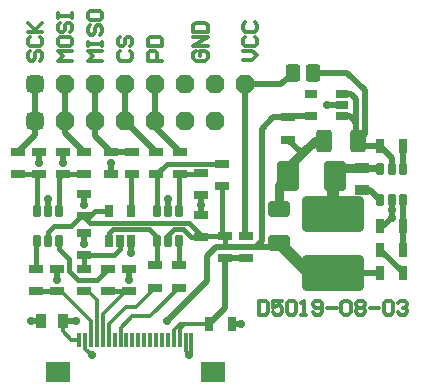
<source format=gtl>
G04*
G04 #@! TF.GenerationSoftware,Altium Limited,Altium Designer,24.3.1 (35)*
G04*
G04 Layer_Physical_Order=1*
G04 Layer_Color=255*
%FSLAX25Y25*%
%MOIN*%
G70*
G04*
G04 #@! TF.SameCoordinates,749AA8DA-3F55-4B39-BDDD-BDD76B79CAE6*
G04*
G04*
G04 #@! TF.FilePolarity,Positive*
G04*
G01*
G75*
%ADD10C,0.01181*%
G04:AMPARAMS|DCode=28|XSize=49.21mil|YSize=27.56mil|CornerRadius=2.76mil|HoleSize=0mil|Usage=FLASHONLY|Rotation=90.000|XOffset=0mil|YOffset=0mil|HoleType=Round|Shape=RoundedRectangle|*
%AMROUNDEDRECTD28*
21,1,0.04921,0.02205,0,0,90.0*
21,1,0.04370,0.02756,0,0,90.0*
1,1,0.00551,0.01102,0.02185*
1,1,0.00551,0.01102,-0.02185*
1,1,0.00551,-0.01102,-0.02185*
1,1,0.00551,-0.01102,0.02185*
%
%ADD28ROUNDEDRECTD28*%
G04:AMPARAMS|DCode=29|XSize=57.09mil|YSize=49.21mil|CornerRadius=9.84mil|HoleSize=0mil|Usage=FLASHONLY|Rotation=90.000|XOffset=0mil|YOffset=0mil|HoleType=Round|Shape=RoundedRectangle|*
%AMROUNDEDRECTD29*
21,1,0.05709,0.02953,0,0,90.0*
21,1,0.03740,0.04921,0,0,90.0*
1,1,0.01968,0.01476,0.01870*
1,1,0.01968,0.01476,-0.01870*
1,1,0.01968,-0.01476,-0.01870*
1,1,0.01968,-0.01476,0.01870*
%
%ADD29ROUNDEDRECTD29*%
G04:AMPARAMS|DCode=30|XSize=118.11mil|YSize=204.72mil|CornerRadius=11.81mil|HoleSize=0mil|Usage=FLASHONLY|Rotation=90.000|XOffset=0mil|YOffset=0mil|HoleType=Round|Shape=RoundedRectangle|*
%AMROUNDEDRECTD30*
21,1,0.11811,0.18110,0,0,90.0*
21,1,0.09449,0.20472,0,0,90.0*
1,1,0.02362,0.09055,0.04724*
1,1,0.02362,0.09055,-0.04724*
1,1,0.02362,-0.09055,-0.04724*
1,1,0.02362,-0.09055,0.04724*
%
%ADD30ROUNDEDRECTD30*%
G04:AMPARAMS|DCode=31|XSize=72.84mil|YSize=51.18mil|CornerRadius=7.68mil|HoleSize=0mil|Usage=FLASHONLY|Rotation=90.000|XOffset=0mil|YOffset=0mil|HoleType=Round|Shape=RoundedRectangle|*
%AMROUNDEDRECTD31*
21,1,0.07284,0.03583,0,0,90.0*
21,1,0.05748,0.05118,0,0,90.0*
1,1,0.01535,0.01791,0.02874*
1,1,0.01535,0.01791,-0.02874*
1,1,0.01535,-0.01791,-0.02874*
1,1,0.01535,-0.01791,0.02874*
%
%ADD31ROUNDEDRECTD31*%
G04:AMPARAMS|DCode=32|XSize=74.8mil|YSize=98.43mil|CornerRadius=11.22mil|HoleSize=0mil|Usage=FLASHONLY|Rotation=180.000|XOffset=0mil|YOffset=0mil|HoleType=Round|Shape=RoundedRectangle|*
%AMROUNDEDRECTD32*
21,1,0.07480,0.07598,0,0,180.0*
21,1,0.05236,0.09843,0,0,180.0*
1,1,0.02244,-0.02618,0.03799*
1,1,0.02244,0.02618,0.03799*
1,1,0.02244,0.02618,-0.03799*
1,1,0.02244,-0.02618,-0.03799*
%
%ADD32ROUNDEDRECTD32*%
G04:AMPARAMS|DCode=33|XSize=49.21mil|YSize=27.56mil|CornerRadius=2.76mil|HoleSize=0mil|Usage=FLASHONLY|Rotation=0.000|XOffset=0mil|YOffset=0mil|HoleType=Round|Shape=RoundedRectangle|*
%AMROUNDEDRECTD33*
21,1,0.04921,0.02205,0,0,0.0*
21,1,0.04370,0.02756,0,0,0.0*
1,1,0.00551,0.02185,-0.01102*
1,1,0.00551,-0.02185,-0.01102*
1,1,0.00551,-0.02185,0.01102*
1,1,0.00551,0.02185,0.01102*
%
%ADD33ROUNDEDRECTD33*%
G04:AMPARAMS|DCode=34|XSize=23.62mil|YSize=43.31mil|CornerRadius=5.91mil|HoleSize=0mil|Usage=FLASHONLY|Rotation=0.000|XOffset=0mil|YOffset=0mil|HoleType=Round|Shape=RoundedRectangle|*
%AMROUNDEDRECTD34*
21,1,0.02362,0.03150,0,0,0.0*
21,1,0.01181,0.04331,0,0,0.0*
1,1,0.01181,0.00591,-0.01575*
1,1,0.01181,-0.00591,-0.01575*
1,1,0.01181,-0.00591,0.01575*
1,1,0.01181,0.00591,0.01575*
%
%ADD34ROUNDEDRECTD34*%
G04:AMPARAMS|DCode=35|XSize=49.21mil|YSize=31.5mil|CornerRadius=3.15mil|HoleSize=0mil|Usage=FLASHONLY|Rotation=90.000|XOffset=0mil|YOffset=0mil|HoleType=Round|Shape=RoundedRectangle|*
%AMROUNDEDRECTD35*
21,1,0.04921,0.02520,0,0,90.0*
21,1,0.04291,0.03150,0,0,90.0*
1,1,0.00630,0.01260,0.02146*
1,1,0.00630,0.01260,-0.02146*
1,1,0.00630,-0.01260,-0.02146*
1,1,0.00630,-0.01260,0.02146*
%
%ADD35ROUNDEDRECTD35*%
G04:AMPARAMS|DCode=36|XSize=49.21mil|YSize=31.5mil|CornerRadius=3.15mil|HoleSize=0mil|Usage=FLASHONLY|Rotation=180.000|XOffset=0mil|YOffset=0mil|HoleType=Round|Shape=RoundedRectangle|*
%AMROUNDEDRECTD36*
21,1,0.04921,0.02520,0,0,180.0*
21,1,0.04291,0.03150,0,0,180.0*
1,1,0.00630,-0.02146,0.01260*
1,1,0.00630,0.02146,0.01260*
1,1,0.00630,0.02146,-0.01260*
1,1,0.00630,-0.02146,-0.01260*
%
%ADD36ROUNDEDRECTD36*%
G04:AMPARAMS|DCode=37|XSize=72.84mil|YSize=51.18mil|CornerRadius=7.68mil|HoleSize=0mil|Usage=FLASHONLY|Rotation=0.000|XOffset=0mil|YOffset=0mil|HoleType=Round|Shape=RoundedRectangle|*
%AMROUNDEDRECTD37*
21,1,0.07284,0.03583,0,0,0.0*
21,1,0.05748,0.05118,0,0,0.0*
1,1,0.01535,0.02874,-0.01791*
1,1,0.01535,-0.02874,-0.01791*
1,1,0.01535,-0.02874,0.01791*
1,1,0.01535,0.02874,0.01791*
%
%ADD37ROUNDEDRECTD37*%
G04:AMPARAMS|DCode=38|XSize=23.62mil|YSize=43.31mil|CornerRadius=2.36mil|HoleSize=0mil|Usage=FLASHONLY|Rotation=180.000|XOffset=0mil|YOffset=0mil|HoleType=Round|Shape=RoundedRectangle|*
%AMROUNDEDRECTD38*
21,1,0.02362,0.03858,0,0,180.0*
21,1,0.01890,0.04331,0,0,180.0*
1,1,0.00472,-0.00945,0.01929*
1,1,0.00472,0.00945,0.01929*
1,1,0.00472,0.00945,-0.01929*
1,1,0.00472,-0.00945,-0.01929*
%
%ADD38ROUNDEDRECTD38*%
G04:AMPARAMS|DCode=39|XSize=23.62mil|YSize=43.31mil|CornerRadius=2.36mil|HoleSize=0mil|Usage=FLASHONLY|Rotation=270.000|XOffset=0mil|YOffset=0mil|HoleType=Round|Shape=RoundedRectangle|*
%AMROUNDEDRECTD39*
21,1,0.02362,0.03858,0,0,270.0*
21,1,0.01890,0.04331,0,0,270.0*
1,1,0.00472,-0.01929,-0.00945*
1,1,0.00472,-0.01929,0.00945*
1,1,0.00472,0.01929,0.00945*
1,1,0.00472,0.01929,-0.00945*
%
%ADD39ROUNDEDRECTD39*%
%ADD40R,0.01181X0.05118*%
%ADD41R,0.07874X0.07087*%
%ADD42C,0.01968*%
%ADD43C,0.01575*%
%ADD44C,0.03150*%
%ADD45C,0.03937*%
%ADD46C,0.02362*%
%ADD47C,0.01200*%
G04:AMPARAMS|DCode=48|XSize=59.06mil|YSize=59.06mil|CornerRadius=0mil|HoleSize=0mil|Usage=FLASHONLY|Rotation=0.000|XOffset=0mil|YOffset=0mil|HoleType=Round|Shape=Octagon|*
%AMOCTAGOND48*
4,1,8,0.02953,-0.01476,0.02953,0.01476,0.01476,0.02953,-0.01476,0.02953,-0.02953,0.01476,-0.02953,-0.01476,-0.01476,-0.02953,0.01476,-0.02953,0.02953,-0.01476,0.0*
%
%ADD48OCTAGOND48*%

G04:AMPARAMS|DCode=49|XSize=59.06mil|YSize=59.06mil|CornerRadius=14.76mil|HoleSize=0mil|Usage=FLASHONLY|Rotation=0.000|XOffset=0mil|YOffset=0mil|HoleType=Round|Shape=RoundedRectangle|*
%AMROUNDEDRECTD49*
21,1,0.05906,0.02953,0,0,0.0*
21,1,0.02953,0.05906,0,0,0.0*
1,1,0.02953,0.01476,-0.01476*
1,1,0.02953,-0.01476,-0.01476*
1,1,0.02953,-0.01476,0.01476*
1,1,0.02953,0.01476,0.01476*
%
%ADD49ROUNDEDRECTD49*%
%ADD50C,0.02756*%
D10*
X63410Y30512D02*
X64890D01*
X73032D01*
X48598Y36000D02*
X55118Y42520D01*
X53472Y33000D02*
X62992Y42520D01*
X24213Y27953D02*
Y31496D01*
Y27953D02*
X26976Y25189D01*
X61236Y28339D02*
X63410Y30512D01*
X61236Y25189D02*
Y28339D01*
X45260Y41260D02*
X46378D01*
X37614Y33614D02*
X45260Y41260D01*
X37614Y25189D02*
Y33614D01*
X33677Y25189D02*
Y31323D01*
X22378Y41260D02*
X23740D01*
X33677Y31323D01*
X35646Y25189D02*
Y38354D01*
X32740Y41260D02*
X35646Y38354D01*
X31378Y41260D02*
X32740D01*
X47378Y33000D02*
X53472D01*
X45378Y36000D02*
X48598D01*
X26976Y25189D02*
X29740D01*
X39378Y41260D02*
X39378Y41260D01*
X39583Y30205D02*
X45378Y36000D01*
X43520Y29142D02*
X47378Y33000D01*
X43520Y25189D02*
Y29142D01*
X39583Y25189D02*
Y30205D01*
X63205Y28827D02*
X64890Y30512D01*
X63205Y25189D02*
Y28827D01*
X66378Y20000D02*
X67142Y20764D01*
Y25189D01*
X65173Y21205D02*
X66378Y20000D01*
X65173Y21205D02*
Y25189D01*
X31709Y22169D02*
X33878Y20000D01*
X31709Y22169D02*
Y25189D01*
X68583Y121330D02*
X67796Y120543D01*
Y118968D01*
X68583Y118181D01*
X71732D01*
X72519Y118968D01*
Y120543D01*
X71732Y121330D01*
X70157D01*
Y119755D01*
X72519Y122904D02*
X67796D01*
X72519Y126053D01*
X67796D01*
Y127627D02*
X72519D01*
Y129988D01*
X71732Y130775D01*
X68583D01*
X67796Y129988D01*
Y127627D01*
X84253Y118307D02*
X87401D01*
X88976Y119881D01*
X87401Y121456D01*
X84253D01*
X85040Y126179D02*
X84253Y125391D01*
Y123817D01*
X85040Y123030D01*
X88188D01*
X88976Y123817D01*
Y125391D01*
X88188Y126179D01*
X85040Y130901D02*
X84253Y130114D01*
Y128540D01*
X85040Y127753D01*
X88188D01*
X88976Y128540D01*
Y130114D01*
X88188Y130901D01*
X57361Y118181D02*
X52639D01*
Y120543D01*
X53426Y121330D01*
X55000D01*
X55787Y120543D01*
Y118181D01*
X52639Y122904D02*
X57361D01*
Y125265D01*
X56574Y126053D01*
X53426D01*
X52639Y125265D01*
Y122904D01*
X43426Y121330D02*
X42639Y120543D01*
Y118968D01*
X43426Y118181D01*
X46574D01*
X47361Y118968D01*
Y120543D01*
X46574Y121330D01*
X43426Y126053D02*
X42639Y125265D01*
Y123691D01*
X43426Y122904D01*
X44213D01*
X45000Y123691D01*
Y125265D01*
X45787Y126053D01*
X46574D01*
X47361Y125265D01*
Y123691D01*
X46574Y122904D01*
X37361Y118181D02*
X32639D01*
X34213Y119755D01*
X32639Y121330D01*
X37361D01*
X32639Y122904D02*
Y124478D01*
Y123691D01*
X37361D01*
Y122904D01*
Y124478D01*
X33426Y129988D02*
X32639Y129201D01*
Y127627D01*
X33426Y126840D01*
X34213D01*
X35000Y127627D01*
Y129201D01*
X35787Y129988D01*
X36574D01*
X37361Y129201D01*
Y127627D01*
X36574Y126840D01*
X32639Y133924D02*
Y132350D01*
X33426Y131563D01*
X36574D01*
X37361Y132350D01*
Y133924D01*
X36574Y134711D01*
X33426D01*
X32639Y133924D01*
X27361Y118181D02*
X22639D01*
X24213Y119755D01*
X22639Y121330D01*
X27361D01*
X22639Y125265D02*
Y123691D01*
X23426Y122904D01*
X26574D01*
X27361Y123691D01*
Y125265D01*
X26574Y126053D01*
X23426D01*
X22639Y125265D01*
X23426Y130775D02*
X22639Y129988D01*
Y128414D01*
X23426Y127627D01*
X24213D01*
X25000Y128414D01*
Y129988D01*
X25787Y130775D01*
X26574D01*
X27361Y129988D01*
Y128414D01*
X26574Y127627D01*
X22639Y132350D02*
Y133924D01*
Y133137D01*
X27361D01*
Y132350D01*
Y133924D01*
X13426Y121330D02*
X12639Y120543D01*
Y118968D01*
X13426Y118181D01*
X14213D01*
X15000Y118968D01*
Y120543D01*
X15787Y121330D01*
X16574D01*
X17361Y120543D01*
Y118968D01*
X16574Y118181D01*
X13426Y126053D02*
X12639Y125265D01*
Y123691D01*
X13426Y122904D01*
X16574D01*
X17361Y123691D01*
Y125265D01*
X16574Y126053D01*
X12639Y127627D02*
X17361D01*
X15787D01*
X12639Y130775D01*
X15000Y128414D01*
X17361Y130775D01*
D28*
X130118Y89567D02*
D03*
X137598D02*
D03*
X73032Y30512D02*
D03*
X80512D02*
D03*
X130118Y47244D02*
D03*
X137598D02*
D03*
X130118Y55118D02*
D03*
X137598D02*
D03*
X137598Y62992D02*
D03*
X130118D02*
D03*
D29*
X100886Y114173D02*
D03*
X107776D02*
D03*
D30*
X114173Y66929D02*
D03*
Y47244D02*
D03*
D31*
X122835Y91535D02*
D03*
X111417D02*
D03*
D32*
X115157Y79724D02*
D03*
X99409D02*
D03*
D33*
X16378Y80260D02*
D03*
X9378Y80260D02*
D03*
X15378Y48740D02*
D03*
X63378Y80260D02*
D03*
X70378Y80740D02*
D03*
X46378Y48740D02*
D03*
Y41260D02*
D03*
X22378Y48740D02*
D03*
Y41260D02*
D03*
X16378Y87740D02*
D03*
X24378D02*
D03*
Y80260D02*
D03*
X70378Y66740D02*
D03*
Y59260D02*
D03*
X31378Y60740D02*
D03*
Y53260D02*
D03*
X40378Y80260D02*
D03*
Y87740D02*
D03*
X99410Y99213D02*
D03*
Y91732D02*
D03*
X9378Y87740D02*
D03*
X15378Y41260D02*
D03*
X77378Y76260D02*
D03*
Y83740D02*
D03*
X55378Y80260D02*
D03*
Y87740D02*
D03*
X55118Y42520D02*
D03*
Y50000D02*
D03*
X63378Y87740D02*
D03*
X62992Y42520D02*
D03*
Y50000D02*
D03*
X70378Y73260D02*
D03*
X31378Y41260D02*
D03*
Y48740D02*
D03*
X47378Y80260D02*
D03*
Y87740D02*
D03*
X78378Y59740D02*
D03*
Y52260D02*
D03*
X85378Y59740D02*
D03*
Y52260D02*
D03*
X31378Y80260D02*
D03*
X39378Y48740D02*
D03*
Y41260D02*
D03*
X31378Y87740D02*
D03*
Y66260D02*
D03*
Y73740D02*
D03*
D34*
X15638Y68118D02*
D03*
Y57882D02*
D03*
X23118Y68118D02*
D03*
X55638Y57882D02*
D03*
X130118Y71654D02*
D03*
Y81890D02*
D03*
X133858D02*
D03*
X137598D02*
D03*
Y71654D02*
D03*
X63118Y68118D02*
D03*
Y57882D02*
D03*
X23118D02*
D03*
X19378D02*
D03*
Y68118D02*
D03*
X133858Y71654D02*
D03*
X59378Y57882D02*
D03*
X55638Y68118D02*
D03*
X59378D02*
D03*
D35*
X24213Y31496D02*
D03*
X17126D02*
D03*
D36*
X124016Y82284D02*
D03*
Y75197D02*
D03*
D37*
X96457Y68701D02*
D03*
Y57284D02*
D03*
D38*
X43378Y57882D02*
D03*
X39638Y68118D02*
D03*
X47118D02*
D03*
Y57882D02*
D03*
X39638D02*
D03*
D39*
X117323Y107087D02*
D03*
Y99606D02*
D03*
X107087D02*
D03*
Y107087D02*
D03*
X117323Y103347D02*
D03*
D40*
X63205Y25189D02*
D03*
X61236D02*
D03*
X59268D02*
D03*
X57299D02*
D03*
X55331D02*
D03*
X53362D02*
D03*
X51394D02*
D03*
X49425D02*
D03*
X47457D02*
D03*
X41551D02*
D03*
X39583D02*
D03*
X37614D02*
D03*
X35646D02*
D03*
X33677D02*
D03*
X31709D02*
D03*
X29740D02*
D03*
X43520D02*
D03*
X45488D02*
D03*
X65173D02*
D03*
X67142D02*
D03*
D41*
X22654Y14362D02*
D03*
X74228D02*
D03*
D42*
X103543Y87598D02*
X104331D01*
X99410Y91732D02*
X103543Y87598D01*
X85000Y60118D02*
X85378Y59740D01*
X85000Y60118D02*
Y110236D01*
X90551Y57968D02*
Y95472D01*
X94291Y99213D01*
X99410D01*
X96949Y110236D02*
X100886Y114173D01*
X85000Y110236D02*
X96949D01*
X107776Y114173D02*
X119095D01*
X88583Y56000D02*
X95173D01*
X78378D02*
X88583D01*
X90551Y57968D01*
X95173Y56000D02*
X96457Y57284D01*
X25000Y98000D02*
Y110236D01*
X73032Y30512D02*
X78378Y35858D01*
Y52260D01*
X80512Y30512D02*
X83661D01*
X59055Y31496D02*
X72378Y44819D01*
Y53000D01*
X24213Y31496D02*
X28543D01*
X13780D02*
X17126D01*
X122835Y91535D02*
X124803Y89567D01*
X130118D01*
X133858Y85827D01*
Y81890D02*
Y85827D01*
X137598Y81890D02*
Y89567D01*
X122835Y91535D02*
X125000Y93701D01*
Y108268D01*
X119095Y114173D02*
X125000Y108268D01*
X122047Y97441D02*
Y105315D01*
Y92323D02*
Y97441D01*
X119882Y99606D02*
X122047Y97441D01*
X117323Y99606D02*
X119882D01*
X122047Y92323D02*
X122835Y91535D01*
X120276Y107087D02*
X122047Y105315D01*
X117323Y107087D02*
X120276D01*
X99410Y99213D02*
X99803Y99606D01*
X107087D01*
X112205Y103347D02*
X117323D01*
X106496Y47244D02*
X114173D01*
X126575Y75197D02*
X130118Y71654D01*
X124016Y75197D02*
X126575D01*
X114173Y47244D02*
X130118D01*
X137598D02*
Y47638D01*
X130118Y55118D02*
X137598Y47638D01*
X131004Y62992D02*
X133858Y65847D01*
X130118Y62992D02*
X131004D01*
X133858Y65847D02*
Y71654D01*
X137598Y55118D02*
X137598Y55118D01*
X137598Y55118D02*
Y62992D01*
Y71654D01*
X31378Y70000D02*
Y73740D01*
X47000Y54000D02*
X47118Y54118D01*
Y57882D01*
X55000Y96118D02*
Y98000D01*
Y96118D02*
X63378Y87740D01*
X55000Y98000D02*
Y110000D01*
X45000Y98000D02*
X45118D01*
X55378Y87740D01*
X45000Y98000D02*
Y110000D01*
X35000Y93118D02*
Y98000D01*
Y93118D02*
X40378Y87740D01*
X35000Y98000D02*
Y110236D01*
X25000Y94118D02*
Y98000D01*
Y94118D02*
X31378Y87740D01*
X15000Y93362D02*
Y98000D01*
X9378Y87740D02*
X15000Y93362D01*
Y98000D02*
Y110236D01*
X70378Y66740D02*
Y70000D01*
Y73260D01*
X47118Y57882D02*
X47236Y58000D01*
X19378Y68118D02*
Y72000D01*
X40378Y80260D02*
Y84000D01*
X24378D02*
Y87740D01*
X16378Y84000D02*
Y87740D01*
X22378Y45000D02*
Y48740D01*
X46378Y45000D02*
Y48740D01*
X31378Y57000D02*
Y60740D01*
X59378Y68118D02*
Y72000D01*
X40378Y87740D02*
X47378D01*
X78378Y52260D02*
X85378D01*
X75378Y56000D02*
X78378D01*
X72378Y53000D02*
X75378Y56000D01*
D43*
X55118Y50000D02*
X55638Y50520D01*
Y57882D01*
X62992Y50000D02*
X63118Y50126D01*
Y57882D01*
X77378Y59740D02*
Y76260D01*
X33260Y66260D02*
X35118Y68118D01*
X39638D01*
X31819Y65819D02*
X33463Y64175D01*
X31378Y66260D02*
X33260D01*
X30260D02*
X31378D01*
X27000Y63000D02*
X30260Y66260D01*
X21378Y63000D02*
X27000D01*
X19378Y61000D02*
X21378Y63000D01*
X53000Y62000D02*
X55638Y59362D01*
X41000Y62000D02*
X53000D01*
X55638Y57882D02*
Y59362D01*
X39638Y60638D02*
X41000Y62000D01*
X39638Y57882D02*
Y60638D01*
X41260Y53260D02*
X43378Y55378D01*
Y57882D01*
X31378Y53260D02*
X41260D01*
X69898Y80260D02*
X70378Y80740D01*
X63378Y80260D02*
X69898D01*
X24378Y80260D02*
X24378Y80260D01*
X31378D01*
X23118Y79000D02*
X24378Y80260D01*
X23118Y68118D02*
Y79000D01*
X16378Y80260D02*
X16378Y80260D01*
X9378Y80260D02*
X16378D01*
X15638Y79520D02*
X16378Y80260D01*
X15638Y68118D02*
Y79520D01*
X47118Y80000D02*
X47378Y80260D01*
X47118Y68118D02*
Y80000D01*
X63118Y80000D02*
X63378Y80260D01*
X63118Y68118D02*
Y80000D01*
X55378Y80260D02*
X55638Y80000D01*
Y68118D02*
Y80000D01*
X58858Y83740D02*
X77378D01*
X55378Y80260D02*
X58858Y83740D01*
X78378Y56000D02*
Y59740D01*
X77378D02*
X78378D01*
X70858D02*
X77378D01*
X70378Y59260D02*
X70858Y59740D01*
X19378Y57882D02*
Y61000D01*
X70378Y59260D02*
Y60000D01*
X66203Y64175D02*
X70378Y60000D01*
X33463Y64175D02*
X66203D01*
X67118Y59260D02*
X70378D01*
X64378Y62000D02*
X67118Y59260D01*
X61378Y62000D02*
X64378D01*
X59378Y60000D02*
X61378Y62000D01*
X59378Y57882D02*
Y60000D01*
X39378Y41260D02*
X46378D01*
X15378Y41260D02*
X15378Y41260D01*
X22378D01*
X35638Y45000D02*
X39378Y48740D01*
X29378Y45000D02*
X35638D01*
X26378Y48000D02*
X29378Y45000D01*
X31378Y48740D02*
Y53260D01*
X23118Y55260D02*
X26378Y52000D01*
Y48000D02*
Y52000D01*
X23118Y55260D02*
Y57882D01*
X15378Y57622D02*
X15638Y57882D01*
X15378Y48740D02*
Y57622D01*
D44*
X99409Y82677D02*
X104331Y87598D01*
X99409Y79724D02*
Y82677D01*
X104331Y87598D02*
X108268Y91535D01*
X111417D01*
X96457Y76772D02*
X99409Y79724D01*
X96457Y68701D02*
Y76772D01*
X114173Y78740D02*
X115157Y79724D01*
X117717Y82284D02*
X124016D01*
D45*
X96457Y57284D02*
X106496Y47244D01*
X114173Y66929D02*
Y78740D01*
D46*
X115157Y79724D02*
X117717Y82284D01*
X124016D02*
X129724D01*
X130118Y81890D01*
D47*
X89567Y38188D02*
Y33465D01*
X91928D01*
X92716Y34252D01*
Y37400D01*
X91928Y38188D01*
X89567D01*
X97438D02*
X94290D01*
Y35826D01*
X95864Y36613D01*
X96651D01*
X97438Y35826D01*
Y34252D01*
X96651Y33465D01*
X95077D01*
X94290Y34252D01*
X99013Y37400D02*
X99800Y38188D01*
X101374D01*
X102161Y37400D01*
Y34252D01*
X101374Y33465D01*
X99800D01*
X99013Y34252D01*
Y37400D01*
X103736Y33465D02*
X105310D01*
X104523D01*
Y38188D01*
X103736Y37400D01*
X107671Y34252D02*
X108458Y33465D01*
X110033D01*
X110820Y34252D01*
Y37400D01*
X110033Y38188D01*
X108458D01*
X107671Y37400D01*
Y36613D01*
X108458Y35826D01*
X110820D01*
X112394D02*
X115543D01*
X117117Y37400D02*
X117904Y38188D01*
X119478D01*
X120266Y37400D01*
Y34252D01*
X119478Y33465D01*
X117904D01*
X117117Y34252D01*
Y37400D01*
X121840D02*
X122627Y38188D01*
X124201D01*
X124988Y37400D01*
Y36613D01*
X124201Y35826D01*
X124988Y35039D01*
Y34252D01*
X124201Y33465D01*
X122627D01*
X121840Y34252D01*
Y35039D01*
X122627Y35826D01*
X121840Y36613D01*
Y37400D01*
X122627Y35826D02*
X124201D01*
X126563D02*
X129711D01*
X131286Y37400D02*
X132073Y38188D01*
X133647D01*
X134434Y37400D01*
Y34252D01*
X133647Y33465D01*
X132073D01*
X131286Y34252D01*
Y37400D01*
X136009D02*
X136796Y38188D01*
X138370D01*
X139157Y37400D01*
Y36613D01*
X138370Y35826D01*
X137583D01*
X138370D01*
X139157Y35039D01*
Y34252D01*
X138370Y33465D01*
X136796D01*
X136009Y34252D01*
D48*
X65000Y110236D02*
D03*
X25000D02*
D03*
X35000D02*
D03*
X45000D02*
D03*
X55000D02*
D03*
X75000D02*
D03*
X85000D02*
D03*
X75000Y98000D02*
D03*
X55000D02*
D03*
X45000D02*
D03*
X35000D02*
D03*
X25000D02*
D03*
X65000D02*
D03*
D49*
X15000Y110236D02*
D03*
Y98000D02*
D03*
D50*
X59055Y31496D02*
D03*
X28543D02*
D03*
X133858Y68504D02*
D03*
X112205Y103347D02*
D03*
X104331Y87598D02*
D03*
X31378Y70000D02*
D03*
X70378D02*
D03*
X19378Y72000D02*
D03*
X133858Y65847D02*
D03*
X83661Y30512D02*
D03*
X31378Y57000D02*
D03*
X59378Y72000D02*
D03*
X40378Y84000D02*
D03*
X13780Y31496D02*
D03*
X22378Y45000D02*
D03*
X16378Y84000D02*
D03*
X24378D02*
D03*
X47000Y54000D02*
D03*
X46378Y45000D02*
D03*
X33878Y20000D02*
D03*
X66378D02*
D03*
M02*

</source>
